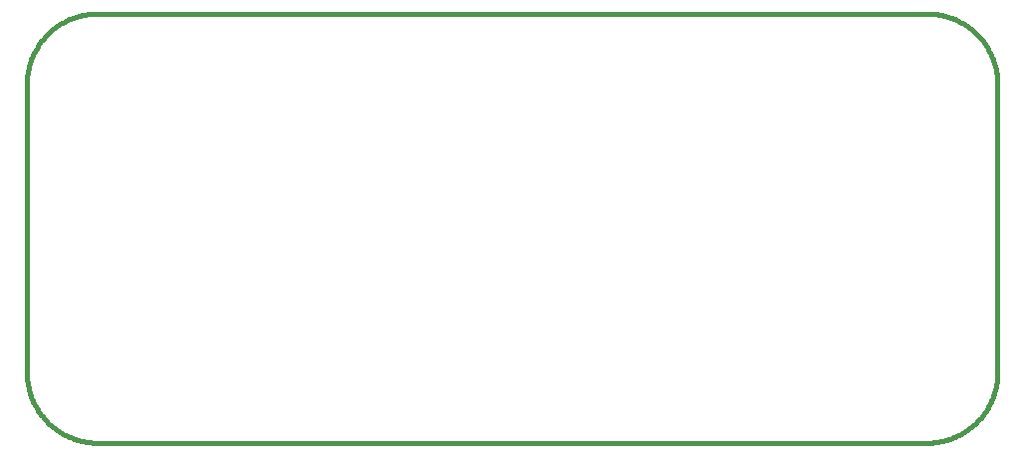
<source format=gko>
G75*
%MOIN*%
%OFA0B0*%
%FSLAX25Y25*%
%IPPOS*%
%LPD*%
%AMOC8*
5,1,8,0,0,1.08239X$1,22.5*
%
%ADD10C,0.01600*%
D10*
X0036146Y0012917D02*
X0313705Y0012917D01*
X0314276Y0012924D01*
X0314846Y0012945D01*
X0315416Y0012979D01*
X0315985Y0013027D01*
X0316552Y0013089D01*
X0317118Y0013165D01*
X0317682Y0013254D01*
X0318243Y0013357D01*
X0318802Y0013474D01*
X0319358Y0013603D01*
X0319911Y0013747D01*
X0320460Y0013903D01*
X0321005Y0014073D01*
X0321545Y0014256D01*
X0322081Y0014452D01*
X0322613Y0014661D01*
X0323139Y0014883D01*
X0323659Y0015117D01*
X0324174Y0015364D01*
X0324683Y0015623D01*
X0325185Y0015894D01*
X0325680Y0016178D01*
X0326169Y0016473D01*
X0326650Y0016780D01*
X0327124Y0017098D01*
X0327590Y0017428D01*
X0328047Y0017769D01*
X0328497Y0018122D01*
X0328937Y0018484D01*
X0329369Y0018858D01*
X0329792Y0019241D01*
X0330205Y0019635D01*
X0330609Y0020039D01*
X0331003Y0020452D01*
X0331386Y0020875D01*
X0331760Y0021307D01*
X0332122Y0021747D01*
X0332475Y0022197D01*
X0332816Y0022654D01*
X0333146Y0023120D01*
X0333464Y0023594D01*
X0333771Y0024075D01*
X0334066Y0024564D01*
X0334350Y0025059D01*
X0334621Y0025561D01*
X0334880Y0026070D01*
X0335127Y0026585D01*
X0335361Y0027105D01*
X0335583Y0027631D01*
X0335792Y0028163D01*
X0335988Y0028699D01*
X0336171Y0029239D01*
X0336341Y0029784D01*
X0336497Y0030333D01*
X0336641Y0030886D01*
X0336770Y0031442D01*
X0336887Y0032001D01*
X0336990Y0032562D01*
X0337079Y0033126D01*
X0337155Y0033692D01*
X0337217Y0034259D01*
X0337265Y0034828D01*
X0337299Y0035398D01*
X0337320Y0035968D01*
X0337327Y0036539D01*
X0337327Y0132996D01*
X0337320Y0133567D01*
X0337299Y0134137D01*
X0337265Y0134707D01*
X0337217Y0135276D01*
X0337155Y0135843D01*
X0337079Y0136409D01*
X0336990Y0136973D01*
X0336887Y0137534D01*
X0336770Y0138093D01*
X0336641Y0138649D01*
X0336497Y0139202D01*
X0336341Y0139751D01*
X0336171Y0140296D01*
X0335988Y0140836D01*
X0335792Y0141372D01*
X0335583Y0141904D01*
X0335361Y0142430D01*
X0335127Y0142950D01*
X0334880Y0143465D01*
X0334621Y0143974D01*
X0334350Y0144476D01*
X0334066Y0144971D01*
X0333771Y0145460D01*
X0333464Y0145941D01*
X0333146Y0146415D01*
X0332816Y0146881D01*
X0332475Y0147338D01*
X0332122Y0147788D01*
X0331760Y0148228D01*
X0331386Y0148660D01*
X0331003Y0149083D01*
X0330609Y0149496D01*
X0330205Y0149900D01*
X0329792Y0150294D01*
X0329369Y0150677D01*
X0328937Y0151051D01*
X0328497Y0151413D01*
X0328047Y0151766D01*
X0327590Y0152107D01*
X0327124Y0152437D01*
X0326650Y0152755D01*
X0326169Y0153062D01*
X0325680Y0153357D01*
X0325185Y0153641D01*
X0324683Y0153912D01*
X0324174Y0154171D01*
X0323659Y0154418D01*
X0323139Y0154652D01*
X0322613Y0154874D01*
X0322081Y0155083D01*
X0321545Y0155279D01*
X0321005Y0155462D01*
X0320460Y0155632D01*
X0319911Y0155788D01*
X0319358Y0155932D01*
X0318802Y0156061D01*
X0318243Y0156178D01*
X0317682Y0156281D01*
X0317118Y0156370D01*
X0316552Y0156446D01*
X0315985Y0156508D01*
X0315416Y0156556D01*
X0314846Y0156590D01*
X0314276Y0156611D01*
X0313705Y0156618D01*
X0036146Y0156618D01*
X0035575Y0156611D01*
X0035005Y0156590D01*
X0034435Y0156556D01*
X0033866Y0156508D01*
X0033299Y0156446D01*
X0032733Y0156370D01*
X0032169Y0156281D01*
X0031608Y0156178D01*
X0031049Y0156061D01*
X0030493Y0155932D01*
X0029940Y0155788D01*
X0029391Y0155632D01*
X0028846Y0155462D01*
X0028306Y0155279D01*
X0027770Y0155083D01*
X0027238Y0154874D01*
X0026712Y0154652D01*
X0026192Y0154418D01*
X0025677Y0154171D01*
X0025168Y0153912D01*
X0024666Y0153641D01*
X0024171Y0153357D01*
X0023682Y0153062D01*
X0023201Y0152755D01*
X0022727Y0152437D01*
X0022261Y0152107D01*
X0021804Y0151766D01*
X0021354Y0151413D01*
X0020914Y0151051D01*
X0020482Y0150677D01*
X0020059Y0150294D01*
X0019646Y0149900D01*
X0019242Y0149496D01*
X0018848Y0149083D01*
X0018465Y0148660D01*
X0018091Y0148228D01*
X0017729Y0147788D01*
X0017376Y0147338D01*
X0017035Y0146881D01*
X0016705Y0146415D01*
X0016387Y0145941D01*
X0016080Y0145460D01*
X0015785Y0144971D01*
X0015501Y0144476D01*
X0015230Y0143974D01*
X0014971Y0143465D01*
X0014724Y0142950D01*
X0014490Y0142430D01*
X0014268Y0141904D01*
X0014059Y0141372D01*
X0013863Y0140836D01*
X0013680Y0140296D01*
X0013510Y0139751D01*
X0013354Y0139202D01*
X0013210Y0138649D01*
X0013081Y0138093D01*
X0012964Y0137534D01*
X0012861Y0136973D01*
X0012772Y0136409D01*
X0012696Y0135843D01*
X0012634Y0135276D01*
X0012586Y0134707D01*
X0012552Y0134137D01*
X0012531Y0133567D01*
X0012524Y0132996D01*
X0012524Y0036539D01*
X0012531Y0035968D01*
X0012552Y0035398D01*
X0012586Y0034828D01*
X0012634Y0034259D01*
X0012696Y0033692D01*
X0012772Y0033126D01*
X0012861Y0032562D01*
X0012964Y0032001D01*
X0013081Y0031442D01*
X0013210Y0030886D01*
X0013354Y0030333D01*
X0013510Y0029784D01*
X0013680Y0029239D01*
X0013863Y0028699D01*
X0014059Y0028163D01*
X0014268Y0027631D01*
X0014490Y0027105D01*
X0014724Y0026585D01*
X0014971Y0026070D01*
X0015230Y0025561D01*
X0015501Y0025059D01*
X0015785Y0024564D01*
X0016080Y0024075D01*
X0016387Y0023594D01*
X0016705Y0023120D01*
X0017035Y0022654D01*
X0017376Y0022197D01*
X0017729Y0021747D01*
X0018091Y0021307D01*
X0018465Y0020875D01*
X0018848Y0020452D01*
X0019242Y0020039D01*
X0019646Y0019635D01*
X0020059Y0019241D01*
X0020482Y0018858D01*
X0020914Y0018484D01*
X0021354Y0018122D01*
X0021804Y0017769D01*
X0022261Y0017428D01*
X0022727Y0017098D01*
X0023201Y0016780D01*
X0023682Y0016473D01*
X0024171Y0016178D01*
X0024666Y0015894D01*
X0025168Y0015623D01*
X0025677Y0015364D01*
X0026192Y0015117D01*
X0026712Y0014883D01*
X0027238Y0014661D01*
X0027770Y0014452D01*
X0028306Y0014256D01*
X0028846Y0014073D01*
X0029391Y0013903D01*
X0029940Y0013747D01*
X0030493Y0013603D01*
X0031049Y0013474D01*
X0031608Y0013357D01*
X0032169Y0013254D01*
X0032733Y0013165D01*
X0033299Y0013089D01*
X0033866Y0013027D01*
X0034435Y0012979D01*
X0035005Y0012945D01*
X0035575Y0012924D01*
X0036146Y0012917D01*
M02*

</source>
